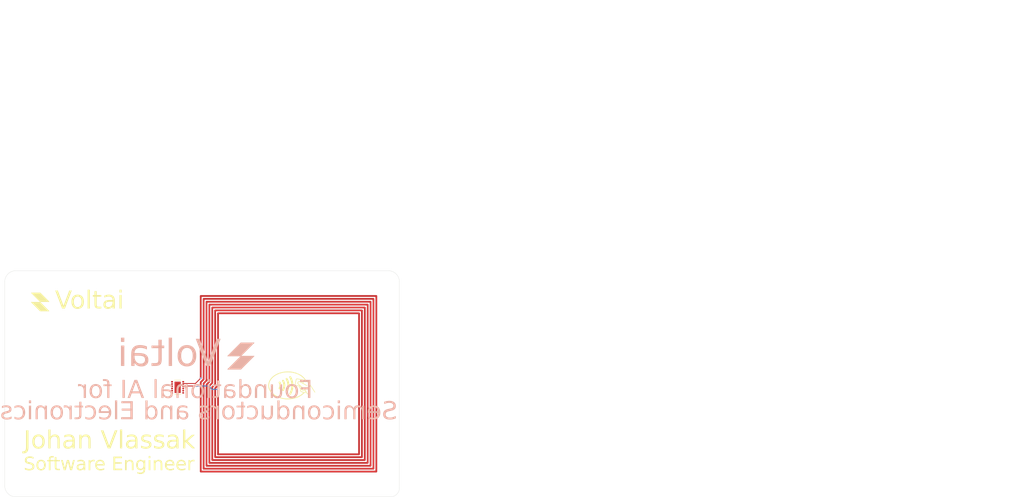
<source format=kicad_pcb>
(kicad_pcb (version 20241229) (generator "pcbnew") (generator_version "9.0")
  (title_block (title "Voltai PCB Business Card") (date "2025-05-25") (rev "v0.0") (company "Voltai"))
  (layers (0 "F.Cu" signal) (2 "B.Cu" signal) (13 "F.Paste" user) (15 "B.Paste" user) (5 "F.SilkS" user "F.Silkscreen") (7 "B.SilkS" user "B.Silkscreen") (1 "F.Mask" user) (3 "B.Mask" user) (25 "Edge.Cuts" user))
  (net 0 "")
  (net 4 "Net-(U1-VSS)")
  (net 11 "Net-(U1-V_EH)")
  (net 12 "Net-(U1-AC0)")
  (net 13 "Net-(U1-AC1)")
  (footprint "voltai_card:voltai-rf-ant" (layer "F.Cu") (at 130.5 86 -90)
    (property "Reference" "AE1" (hide yes))
    (property "Value" "Antenna_Loop" (hide yes))
    (pad "1" thru_hole circle (at 18.732664 39.8 270) (size 0.4 0.4) (drill 0.2) (layers "*.Cu" "*.Mask") (net 13 "Net-(U1-AC1)"))
    (pad "1" smd custom (at 18.732664 39.8 270) (size 0.4 0.4) (layers "F.Cu") (net 13 "Net-(U1-AC1)") (options (clearance outline) (anchor circle)) (primitives (gr_line (start 0 0) (end -18.532664 0) (width 0.4)) (gr_line (start -18.532664 0) (end -18.532664 -39.6) (width 0.4)) (gr_line (start -18.532664 -39.6) (end 21.067336 -39.6) (width 0.4)) (gr_line (start 21.067336 -39.6) (end 21.067336 0) (width 0.4)) (gr_line (start 21.067336 0) (end 0.919239 0) (width 0.4)) (gr_line (start 0.919239 0) (end 0.269239 -0.65) (width 0.4)) (gr_line (start 0.269239 -0.65) (end -17.882664 -0.65) (width 0.4)) (gr_line (start -17.882664 -0.65) (end -17.882664 -38.95) (width 0.4)) (gr_line (start -17.882664 -38.95) (end 20.417336 -38.95) (width 0.4)) (gr_line (start 20.417336 -38.95) (end 20.417336 -0.65) (width 0.4)) (gr_line (start 20.417336 -0.65) (end 1.188478 -0.65) (width 0.4)) (gr_line (start 1.188478 -0.65) (end 0.538478 -1.3) (width 0.4)) (gr_line (start 0.538478 -1.3) (end -17.232664 -1.3) (width 0.4)) (gr_line (start -17.232664 -1.3) (end -17.232664 -38.3) (width 0.4)) (gr_line (start -17.232664 -38.3) (end 19.767336 -38.3) (width 0.4)) (gr_line (start 19.767336 -38.3) (end 19.767336 -1.3) (width 0.4)) (gr_line (start 19.767336 -1.3) (end 1.457716 -1.3) (width 0.4)) (gr_line (start 1.457716 -1.3) (end 0.807716 -1.95) (width 0.4)) (gr_line (start 0.807716 -1.95) (end -16.582664 -1.95) (width 0.4)) (gr_line (start -16.582664 -1.95) (end -16.582664 -37.65) (width 0.4)) (gr_line (start -16.582664 -37.65) (end 19.117336 -37.65) (width 0.4)) (gr_line (start 19.117336 -37.65) (end 19.117336 -1.95) (width 0.4)) (gr_line (start 19.117336 -1.95) (end 1.726955 -1.95) (width 0.4)) (gr_line (start 1.726955 -1.95) (end 1.076955 -2.6) (width 0.4)) (gr_line (start 1.076955 -2.6) (end -15.932664 -2.6) (width 0.4)) (gr_line (start -15.932664 -2.6) (end -15.932664 -37) (width 0.4)) (gr_line (start -15.932664 -37) (end 18.467336 -37) (width 0.4)) (gr_line (start 18.467336 -37) (end 18.467336 -2.6) (width 0.4)) (gr_line (start 18.467336 -2.6) (end 1.996194 -2.6) (width 0.4)) (gr_line (start 1.996194 -2.6) (end 1.346194 -3.25) (width 0.4)) (gr_line (start 1.346194 -3.25) (end -15.282664 -3.25) (width 0.4)) (gr_line (start -15.282664 -3.25) (end -15.282664 -36.35) (width 0.4)) (gr_line (start -15.282664 -36.35) (end 17.817336 -36.35) (width 0.4)) (gr_line (start 17.817336 -36.35) (end 17.817336 -3.25) (width 0.4)) (gr_line (start 17.817336 -3.25) (end 2.265433 -3.25) (width 0.4)) (gr_line (start 2.265433 -3.25) (end 1.615433 -3.9) (width 0.4)) (gr_line (start 1.615433 -3.9) (end -14.632664 -3.9) (width 0.4)) (gr_line (start -14.632664 -3.9) (end -14.632664 -35.7) (width 0.4)) (gr_line (start -14.632664 -35.7) (end 17.167336 -35.7) (width 0.4)) (gr_line (start 17.167336 -35.7) (end 17.167336 -3.9) (width 0.4))))
    (pad "2" thru_hole circle (at 21.267336 35.9 270) (size 0.4 0.4) (drill 0.2) (layers "*.Cu" "*.Mask") (net 12 "Net-(U1-AC0)"))
    (pad "2" smd custom (at 21.267336 35.9 270) (size 0.4 0.4) (layers "F.Cu") (net 12 "Net-(U1-AC0)") (options (clearance outline) (anchor circle)) (primitives (gr_line (start 0 0) (end 14.632664 0) (width 0.4))))
  )
  (footprint "ST25DV64KC_JF6D3:PSON50P300X300X60-13N" (layer "F.Cu") (at 85.4875 106.8 180)
    (property "Reference" "U1")
    (property "Value" "ST25DV64KC-JF6D3")
    (fp_line (start 0.7 1.6) (end -0.7 1.6) (stroke (width 0.127)) (layer "F.SilkS"))
    (fp_line (start -0.75 -1.6) (end 0.65 -1.6) (stroke (width 0.127)) (layer "F.SilkS"))
    (fp_circle (center -2 -1.3) (end -1.9 -1.3) (stroke (width 0.2)) (fill no) (layer "F.SilkS"))
    (pad "1" smd roundrect (at -1.26 -1.25 180) (size 0.42 0.35) (layers "F.Cu" "F.Mask" "F.Paste"))
    (pad "2" smd roundrect (at -1.26 -0.75 180) (size 0.42 0.35) (layers "F.Cu" "F.Mask" "F.Paste"))
    (pad "3" smd roundrect (at -1.26 -0.25 180) (size 0.42 0.35) (layers "F.Cu" "F.Mask" "F.Paste") (net 11 "Net-(U1-V_EH)"))
    (pad "4" smd roundrect (at -1.26 0.25 180) (size 0.42 0.35) (layers "F.Cu" "F.Mask" "F.Paste") (net 12 "Net-(U1-AC0)"))
    (pad "5" smd roundrect (at -1.26 0.75 180) (size 0.42 0.35) (layers "F.Cu" "F.Mask" "F.Paste") (net 13 "Net-(U1-AC1)"))
    (pad "6" smd roundrect (at -1.26 1.25 180) (size 0.42 0.35) (layers "F.Cu" "F.Mask" "F.Paste") (net 4 "Net-(U1-VSS)"))
    (pad "7" smd roundrect (at 1.26 1.25 180) (size 0.42 0.35) (layers "F.Cu" "F.Mask" "F.Paste"))
    (pad "8" smd roundrect (at 1.26 0.75 180) (size 0.42 0.35) (layers "F.Cu" "F.Mask" "F.Paste"))
    (pad "9" smd roundrect (at 1.26 0.25 180) (size 0.42 0.35) (layers "F.Cu" "F.Mask" "F.Paste"))
    (pad "10" smd roundrect (at 1.26 -0.25 180) (size 0.42 0.35) (layers "F.Cu" "F.Mask" "F.Paste"))
    (pad "11" smd roundrect (at 1.26 -0.75 180) (size 0.42 0.35) (layers "F.Cu" "F.Mask" "F.Paste"))
    (pad "12" smd roundrect (at 1.26 -1.25 180) (size 0.42 0.35) (layers "F.Cu" "F.Mask" "F.Paste"))
    (pad "13" smd rect (at 0 0 180) (size 1.4 2.55) (layers "F.Cu" "F.Mask"))
  )
  (footprint "" (layer "F.Cu") (at 89.8 106.5)
    (property "Reference" "" (at 0.3 -0.7 0) (layer "F.SilkS") (effects (font (size 1.27 1.27))))
    (property "Value" "")
    (pad "2" thru_hole circle (at 0 0 270) (size 0.4 0.4) (drill 0.2) (layers "*.Cu" "*.Mask") (net 12 "Net-(U1-AC0)"))
  )
  (gr_poly (pts (xy 110.760634 103.237126) (xy 111.160718 103.277347) (xy 111.555266 103.343813) (xy 111.941601 103.43652) (xy 112.317045 103.555463) (xy 112.678922 103.70064) (xy 113.024554 103.872046) (xy 113.351264 104.069677) (xy 113.431793 104.124356) (xy 113.506509 104.177512) (xy 113.577026 104.230445) (xy 113.644959 104.284457) (xy 113.711923 104.340852) (xy 113.779533 104.400931) (xy 113.849404 104.465996) (xy 113.923151 104.537349) (xy 113.970245 104.584684) (xy 114.015689 104.632171) (xy 114.059605 104.679984) (xy 114.102121 104.728296) (xy 114.143359 104.777279) (xy 114.183445 104.827105) (xy 114.222505 104.877949) (xy 114.260662 104.929982) (xy 114.298042 104.983378) (xy 114.33477 105.038309) (xy 114.370971 105.094949) (xy 114.406769 105.153469) (xy 114.44229 105.214044) (xy 114.477658 105.276845) (xy 114.512998 105.342046) (xy 114.548435 105.40982) (xy 114.549164 105.411121) (xy 114.550053 105.41244) (xy 114.551099 105.413775) (xy 114.552296 105.415122) (xy 114.553638 105.416479) (xy 114.555121 105.417844) (xy 114.558488 105.420585) (xy 114.562354 105.423327) (xy 114.566679 105.426049) (xy 114.571419 105.428731) (xy 114.576535 105.431351) (xy 114.581983 105.433891) (xy 114.587723 105.436331) (xy 114.593712 105.438649) (xy 114.59991 105.440825) (xy 114.606274 105.442841) (xy 114.612763 105.444674) (xy 114.619336 105.446306) (xy 114.62595 105.447716) (xy 114.648844 105.453186) (xy 114.672563 105.460191) (xy 114.697004 105.468669) (xy 114.722063 105.47856) (xy 114.747636 105.489804) (xy 114.773621 105.502339) (xy 114.799914 105.516106) (xy 114.826411 105.531044) (xy 114.85301 105.547092) (xy 114.879605 105.564189) (xy 114.906095 105.582276) (xy 114.932375 105.601292) (xy 114.958342 105.621175) (xy 114.983894 105.641866) (xy 115.008925 105.663303) (xy 115.033333 105.685427) (xy 115.051827 105.703012) (xy 115.069976 105.721059) (xy 115.087981 105.739828) (xy 115.106044 105.759578) (xy 115.124363 105.780569) (xy 115.143141 105.803062) (xy 115.162577 105.827316) (xy 115.182872 105.853591) (xy 115.204227 105.882147) (xy 115.226842 105.913244) (xy 115.250919 105.947142) (xy 115.276657 105.984101) (xy 115.333919 106.06824) (xy 115.400236 106.16774) (xy 116.008941 107.102761) (xy 116.513001 107.885981) (xy 116.514762 107.889267) (xy 116.516174 107.892655) (xy 116.517249 107.896132) (xy 116.517996 107.899685) (xy 116.518425 107.903299) (xy 116.518548 107.906961) (xy 116.518374 107.910659) (xy 116.517913 107.914377) (xy 116.517176 107.918103) (xy 116.516173 107.921823) (xy 116.514914 107.925523) (xy 116.51341 107.92919) (xy 116.51167 107.932811) (xy 116.509706 107.936371) (xy 116.507526 107.939857) (xy 116.505142 107.943256) (xy 116.502564 107.946555) (xy 116.499802 107.949738) (xy 116.496865 107.952794) (xy 116.493766 107.955708) (xy 116.490513 107.958467) (xy 116.487117 107.961057) (xy 116.483588 107.963465) (xy 116.479937 107.965676) (xy 116.476173 107.967679) (xy 116.472307 107.969458) (xy 116.46835 107.971001) (xy 116.464311 107.972294) (xy 116.460201 107.973323) (xy 116.456029 107.974075) (xy 116.451807 107.974536) (xy 116.447545 107.974693) (xy 116.444506 107.974629) (xy 116.44152 107.974432) (xy 116.438583 107.974098) (xy 116.435685 107.97362) (xy 116.432822 107.972991) (xy 116.429987 107.972206) (xy 116.427172 107.971259) (xy 116.424371 107.970144) (xy 116.421578 107.968855) (xy 116.418786 107.967386) (xy 116.415988 107.965731) (xy 116.413178 107.963883) (xy 116.410349 107.961838) (xy 116.407494 107.959588) (xy 116.404607 107.957129) (xy 116.401682 107.954453) (xy 116.398711 107.951555) (xy 116.395688 107.948429) (xy 116.392606 107.94507) (xy 116.389459 107.94147) (xy 116.382943 107.933526) (xy 116.376086 107.924551) (xy 116.368835 107.914495) (xy 116.361138 107.903312) (xy 116.352941 107.890952) (xy 116.344192 107.877369) (xy 116.174521 107.612958) (xy 115.852405 107.113419) (xy 115.35728 106.352295) (xy 115.192501 106.107757) (xy 115.067569 105.933689) (xy 115.01645 105.868344) (xy 114.970978 105.814931) (xy 114.929715 105.771556) (xy 114.891223 105.736323) (xy 114.854063 105.707338) (xy 114.816797 105.682705) (xy 114.736194 105.638918) (xy 114.613893 105.577768) (xy 114.25388 105.577768) (xy 114.045614 105.57836) (xy 113.981308 105.579766) (xy 113.937793 105.582505) (xy 113.922483 105.584512) (xy 113.91075 105.58702) (xy 113.902056 105.590082) (xy 113.89586 105.593755) (xy 113.891622 105.598094) (xy 113.888801 105.603155) (xy 113.885255 105.615664) (xy 113.856551 105.743751) (xy 113.846998 105.789133) (xy 113.840361 105.823877) (xy 113.83643 105.849335) (xy 113.834992 105.86686) (xy 113.835141 105.87307) (xy 113.835835 105.877804) (xy 113.837045 105.881231) (xy 113.838747 105.88352) (xy 113.850266 105.890772) (xy 113.878419 105.907299) (xy 113.977196 105.963941) (xy 114.120221 106.044968) (xy 114.292638 106.141902) (xy 114.734471 106.389088) (xy 114.70691 106.446793) (xy 114.701041 106.458422) (xy 114.695162 106.469253) (xy 114.689424 106.479055) (xy 114.683979 106.487596) (xy 114.681413 106.49132) (xy 114.678978 106.494642) (xy 114.676691 106.497533) (xy 114.674572 106.499963) (xy 114.67264 106.501904) (xy 114.670914 106.503326) (xy 114.669412 106.5042) (xy 114.668751 106.504423) (xy 114.668153 106.504498) (xy 114.649299 106.49516) (xy 114.59952 106.468392) (xy 114.420752 106.370032) (xy 114.158978 106.224355) (xy 113.84133 106.0463) (xy 113.519913 105.867398) (xy 113.247912 105.718371) (xy 113.054072 105.614883) (xy 112.995445 105.585112) (xy 112.967137 105.5726) (xy 112.954993 105.569801) (xy 112.942494 105.568002) (xy 112.929688 105.567167) (xy 112.916625 105.567262) (xy 112.903351 105.568253) (xy 112.889917 105.570104) (xy 112.876371 105.57278) (xy 112.862761 105.576247) (xy 112.849136 105.580469) (xy 112.835544 105.585413) (xy 112.822035 105.591042) (xy 112.808656 105.597323) (xy 112.782483 105.611698) (xy 112.757416 105.62826) (xy 112.733843 105.646729) (xy 112.712152 105.666827) (xy 112.702134 105.6774) (xy 112.692733 105.688275) (xy 112.683996 105.699418) (xy 112.675972 105.710794) (xy 112.668711 105.722368) (xy 112.66226 105.734105) (xy 112.656668 105.745971) (xy 112.651984 105.75793) (xy 112.648257 105.769948) (xy 112.645534 105.78199) (xy 112.643865 105.79402) (xy 112.643298 105.806005) (xy 112.64343 105.817868) (xy 112.643916 105.829319) (xy 112.644884 105.840488) (xy 112.646467 105.851501) (xy 112.648794 105.862488) (xy 112.651995 105.873577) (xy 112.656203 105.884896) (xy 112.661546 105.896573) (xy 112.668156 105.908738) (xy 112.676163 105.921518) (xy 112.685698 105.935042) (xy 112.696892 105.949437) (xy 112.709874 105.964834) (xy 112.724776 105.981359) (xy 112.741729 105.999141) (xy 112.760862 106.018309) (xy 112.782306 106.038991) (xy 112.806192 106.061315) (xy 112.832651 106.08541) (xy 112.861813 106.111404) (xy 112.928767 106.169603) (xy 113.008101 106.236938) (xy 113.100859 106.314437) (xy 113.208085 106.403127) (xy 113.470121 106.618186) (xy 113.799114 106.889918) (xy 114.046636 107.098993) (xy 114.139012 107.179327) (xy 114.210022 107.243148) (xy 114.259331 107.290175) (xy 114.286608 107.320124) (xy 114.301312 107.340236) (xy 114.316024 107.361479) (xy 114.330734 107.383832) (xy 114.34543 107.407274) (xy 114.360101 107.431787) (xy 114.374736 107.45735) (xy 114.389322 107.483941) (xy 114.403849 107.511543) (xy 114.43268 107.569692) (xy 114.461137 107.631637) (xy 114.48913 107.697215) (xy 114.516568 107.766265) (xy 114.541581 107.826885) (xy 114.56855 107.884124) (xy 114.597553 107.938053) (xy 114.628668 107.988742) (xy 114.661973 108.036262) (xy 114.697546 108.080683) (xy 114.735466 108.122076) (xy 114.775811 108.160512) (xy 114.818659 108.196062) (xy 114.864089 108.228795) (xy 114.912177 108.258783) (xy 114.963004 108.286097) (xy 115.016646 108.310806) (xy 115.073183 108.332982) (xy 115.132692 108.352695) (xy 115.195251 108.370017) (xy 115.308078 108.398439) (xy 115.298604 108.45959) (xy 115.296594 108.472018) (xy 115.294473 108.483921) (xy 115.292291 108.495017) (xy 115.290099 108.505022) (xy 115.287947 108.513655) (xy 115.285887 108.520633) (xy 115.284906 108.523413) (xy 115.283967 108.525672) (xy 115.283076 108.527377) (xy 115.282239 108.528491) (xy 115.280255 108.529769) (xy 115.277086 108.530544) (xy 115.267418 108.530661) (xy 115.253684 108.528987) (xy 115.236336 108.525665) (xy 115.215824 108.52084) (xy 115.192598 108.514654) (xy 115.167109 108.507252) (xy 115.139806 108.498778) (xy 115.081564 108.479187) (xy 115.021475 108.457033) (xy 114.991864 108.445354) (xy 114.963143 108.433466) (xy 114.935761 108.421512) (xy 114.910169 108.409636) (xy 114.872467 108.390717) (xy 114.836169 108.370717) (xy 114.801185 108.349547) (xy 114.767427 108.327115) (xy 114.734804 108.303331) (xy 114.703227 108.278103) (xy 114.672606 108.251342) (xy 114.642852 108.222955) (xy 114.613875 108.192852) (xy 114.585585 108.160943) (xy 114.557894 108.127136) (xy 114.530711 108.091341) (xy 114.503947 108.053467) (xy 114.477512 108.013423) (xy 114.451317 107.971118) (xy 114.425272 107.926461) (xy 114.424188 107.926476) (xy 114.421321 107.927146) (xy 114.410617 107.930323) (xy 114.393918 107.935742) (xy 114.371981 107.943148) (xy 114.345563 107.952291) (xy 114.31542 107.962917) (xy 114.282309 107.974775) (xy 114.246989 107.987612) (xy 114.189443 108.008898) (xy 114.165259 108.018288) (xy 114.143515 108.027257) (xy 114.123743 108.036115) (xy 114.105479 108.045172) (xy 114.088257 108.054739) (xy 114.071612 108.065126) (xy 114.055078 108.076644) (xy 114.038189 108.089602) (xy 114.02048 108.104311) (xy 114.001486 108.121082) (xy 113.98074 108.140225) (xy 113.957778 108.16205) (xy 113.903341 108.214987) (xy 113.7695 108.339354) (xy 113.628715 108.457909) (xy 113.481128 108.570592) (xy 113.326879 108.677344) (xy 113.16611 108.778105) (xy 112.998963 108.872818) (xy 112.825577 108.961421) (xy 112.646096 109.043856) (xy 112.46066 109.120064) (xy 112.26941 109.189985) (xy 112.072488 109.25356) (xy 111.870035 109.31073) (xy 111.662192 109.361436) (xy 111.4491 109.405617) (xy 111.230902 109.443215) (xy 111.007738 109.474171) (xy 110.909884 109.483712) (xy 110.772839 109.491558) (xy 110.609491 109.497547) (xy 110.43273 109.501516) (xy 110.255444 109.503306) (xy 110.090522 109.502754) (xy 109.950852 109.499699) (xy 109.849325 109.49398) (xy 109.61469 109.469145) (xy 109.383862 109.436081) (xy 109.157194 109.394935) (xy 108.935042 109.345854) (xy 108.71776 109.288987) (xy 108.505702 109.22448) (xy 108.299223 109.152482) (xy 108.098678 109.07314) (xy 107.904421 108.986602) (xy 107.716806 108.893014) (xy 107.536188 108.792526) (xy 107.362921 108.685284) (xy 107.197361 108.571436) (xy 107.039861 108.45113) (xy 106.890777 108.324514) (xy 106.750461 108.191734) (xy 106.674848 108.113956) (xy 106.603014 108.035285) (xy 106.534921 107.955655) (xy 106.470534 107.875) (xy 106.409816 107.793256) (xy 106.352729 107.710356) (xy 106.299239 107.626234) (xy 106.249308 107.540826) (xy 106.202899 107.454065) (xy 106.159976 107.365886) (xy 106.120502 107.276224) (xy 106.084441 107.185012) (xy 106.051756 107.092186) (xy 106.022411 106.997679) (xy 105.996368 106.901426) (xy 105.973592 106.803361) (xy 105.964509 106.756535) (xy 105.956638 106.706473) (xy 105.94998 106.653632) (xy 105.944538 106.598472) (xy 105.940312 106.541449) (xy 105.937303 106.483022) (xy 105.934943 106.363788) (xy 105.935027 106.359805) (xy 106.121408 106.359805) (xy 106.122564 106.474398) (xy 106.128151 106.583763) (xy 106.132615 106.635154) (xy 106.138198 106.683641) (xy 106.144904 106.728691) (xy 106.152737 106.769771) (xy 106.172676 106.855127) (xy 106.195367 106.939079) (xy 106.220839 107.021679) (xy 106.249119 107.102977) (xy 106.280236 107.183023) (xy 106.314216 107.261868) (xy 106.351088 107.339563) (xy 106.39088 107.416157) (xy 106.433618 107.491702) (xy 106.479332 107.566247) (xy 106.528048 107.639844) (xy 106.579795 107.712543) (xy 106.634599 107.784394) (xy 106.69249 107.855447) (xy 106.753495 107.925754) (xy 106.817641 107.995364) (xy 106.956058 108.133097) (xy 107.103082 108.263945) (xy 107.258479 108.387806) (xy 107.422013 108.504578) (xy 107.59345 108.614159) (xy 107.772555 108.716447) (xy 107.959093 108.811338) (xy 108.152831 108.898732) (xy 108.353532 108.978526) (xy 108.560963 109.050617) (xy 108.774889 109.114905) (xy 108.995076 109.171285) (xy 109.221287 109.219657) (xy 109.45329 109.259917) (xy 109.690849 109.291965) (xy 109.93373 109.315697) (xy 110.024713 109.319312) (xy 110.156786 109.32007) (xy 110.316292 109.318346) (xy 110.489574 109.314512) (xy 110.822847 109.30201) (xy 110.955525 109.294089) (xy 111.047357 109.285552) (xy 111.24889 109.256329) (xy 111.440542 109.223271) (xy 111.623978 109.185933) (xy 111.800864 109.143872) (xy 111.972865 109.096644) (xy 112.141646 109.043803) (xy 112.308872 108.984907) (xy 112.47621 108.91951) (xy 112.564054 108.882374) (xy 112.651133 108.843375) (xy 112.737288 108.80261) (xy 112.822361 108.760175) (xy 112.906193 108.716165) (xy 112.988624 108.670676) (xy 113.069496 108.623805) (xy 113.148649 108.575647) (xy 113.225926 108.526298) (xy 113.301166 108.475853) (xy 113.37421 108.42441) (xy 113.444901 108.372063) (xy 113.513078 108.318909) (xy 113.578583 108.265043) (xy 113.641257 108.210562) (xy 113.700941 108.155561) (xy 113.823242 108.039289) (xy 113.514906 107.892011) (xy 113.40482 107.838602) (xy 113.359073 107.815628) (xy 113.318926 107.79466) (xy 113.283932 107.775338) (xy 113.253642 107.757299) (xy 113.22761 107.740184) (xy 113.205386 107.723632) (xy 113.186523 107.707282) (xy 113.170573 107.690773) (xy 113.157089 107.673744) (xy 113.145621 107.655834) (xy 113.135724 107.636683) (xy 113.126947 107.615929) (xy 113.118845 107.593213) (xy 113.110968 107.568173) (xy 113.106627 107.551471) (xy 113.103615 107.534643) (xy 113.101928 107.517705) (xy 113.101779 107.51076) (xy 113.249022 107.51076) (xy 113.249532 107.525214) (xy 113.250251 107.532349) (xy 113.25128 107.539404) (xy 113.252622 107.546365) (xy 113.254277 107.553221) (xy 113.256246 107.559956) (xy 113.25853 107.566559) (xy 113.26113 107.573014) (xy 113.264048 107.57931) (xy 113.267285 107.585432) (xy 113.270841 107.591367) (xy 113.274718 107.597102) (xy 113.278917 107.602623) (xy 113.292565 107.614444) (xy 113.317008 107.630699) (xy 113.350747 107.650673) (xy 113.392282 107.673651) (xy 113.492749 107.725768) (xy 113.606417 107.781337) (xy 113.721296 107.834645) (xy 113.825396 107.87998) (xy 113.869656 107.897872) (xy 113.906726 107.911628) (xy 113.935105 107.920535) (xy 113.953295 107.923878) (xy 113.959716 107.923732) (xy 113.967603 107.92299) (xy 113.976848 107.921683) (xy 113.987342 107.919841) (xy 114.011643 107.914673) (xy 114.039637 107.907729) (xy 114.070458 107.899251) (xy 114.103237 107.889481) (xy 114.137106 107.878661) (xy 114.171197 107.867034) (xy 114.235173 107.84382) (xy 114.288976 107.823432) (xy 114.310296 107.814979) (xy 114.326953 107.80805) (xy 114.33824 107.802918) (xy 114.34165 107.80111) (xy 114.343452 107.799854) (xy 114.343871 107.79922) (xy 114.344161 107.798291) (xy 114.344325 107.797074) (xy 114.344365 107.795578) (xy 114.344082 107.791781) (xy 114.34333 107.786962) (xy 114.34213 107.781184) (xy 114.340499 107.774511) (xy 114.338457 107.767004) (xy 114.336023 107.758729) (xy 114.333215 107.749746) (xy 114.330053 107.74012) (xy 114.326555 107.729914) (xy 114.322741 107.719191) (xy 114.318629 107.708013) (xy 114.314237 107.696445) (xy 114.309586 107.684548) (xy 114.304694 107.672386) (xy 114.287065 107.62854) (xy 114.279472 107.61105) (xy 114.275813 107.603346) (xy 114.272181 107.596311) (xy 114.26853 107.589926) (xy 114.26481 107.584172) (xy 114.260974 107.579029) (xy 114.256975 107.574478) (xy 114.252763 107.570501) (xy 114.248291 107.567079) (xy 114.243512 107.564191) (xy 114.238377 107.56182) (xy 114.232838 107.559946) (xy 114.226847 107.55855) (xy 114.220357 107.557613) (xy 114.213319 107.557115) (xy 114.205686 107.557038) (xy 114.197409 107.557363) (xy 114.188441 107.558071) (xy 114.178734 107.559142) (xy 114.156909 107.562299) (xy 114.131552 107.56668) (xy 114.068706 107.578507) (xy 114.031072 107.585044) (xy 113.995176 107.589742) (xy 113.960736 107.592521) (xy 113.92747 107.593297) (xy 113.895098 107.591989) (xy 113.863337 107.588514) (xy 113.831907 107.582792) (xy 113.800527 107.574739) (xy 113.768914 107.564274) (xy 113.736787 107.551315) (xy 113.703866 107.535779) (xy 113.669869 107.517585) (xy 113.634514 107.496651) (xy 113.59752 107.472895) (xy 113.558606 107.446235) (xy 113.51749 107.416588) (xy 113.494537 107.399929) (xy 113.471937 107.384411) (xy 113.450286 107.370367) (xy 113.430179 107.358129) (xy 113.412211 107.348031) (xy 113.404216 107.343888) (xy 113.396979 107.340405) (xy 113.390575 107.337624) (xy 113.385078 107.335586) (xy 113.380562 107.334332) (xy 113.377103 107.333905) (xy 113.375516 107.333973) (xy 113.373828 107.334174) (xy 113.372044 107.334504) (xy 113.370167 107.334962) (xy 113.366155 107.336244) (xy 113.361828 107.337996) (xy 113.357225 107.340192) (xy 113.35238 107.342807) (xy 113.34733 107.345816) (xy 113.342113 107.349193) (xy 113.336765 107.352913) (xy 113.331322 107.356951) (xy 113.325821 107.361282) (xy 113.320299 107.36588) (xy 113.314792 107.370721) (xy 113.309336 107.375778) (xy 113.303969 107.381027) (xy 113.298727 107.386443) (xy 113.293461 107.392355) (xy 113.288484 107.398456) (xy 113.283796 107.404732) (xy 113.2794 107.411169) (xy 113.275296 107.417755) (xy 113.271485 107.424476) (xy 113.264747 107.438268) (xy 113.259195 107.452438) (xy 113.254837 107.46688) (xy 113.251683 107.481485) (xy 113.249742 107.496148) (xy 113.249022 107.51076) (xy 113.101779 107.51076) (xy 113.101561 107.50067) (xy 113.102512 107.483555) (xy 113.104776 107.466374) (xy 113.10835 107.449142) (xy 113.113229 107.431876) (xy 113.11941 107.414589) (xy 113.12689 107.397297) (xy 113.135664 107.380015) (xy 113.145729 107.362758) (xy 113.15708 107.345542) (xy 113.169715 107.328381) (xy 113.183629 107.311291) (xy 113.198818 107.294287) (xy 113.264275 107.222801) (xy 113.121304 107.114281) (xy 113.082501 107.08415) (xy 113.065588 107.070558) (xy 113.050208 107.057814) (xy 113.036266 107.045816) (xy 113.023668 107.034465) (xy 113.012319 107.023659) (xy 113.002124 107.013297) (xy 112.99299 107.003278) (xy 112.98482 106.993501) (xy 112.977521 106.983865) (xy 112.970997 106.97427) (xy 112.965155 106.964615) (xy 112.9599 106.954797) (xy 112.955137 106.944718) (xy 112.950771 106.934275) (xy 112.944714 106.916911) (xy 112.939781 106.899407) (xy 112.935966 106.881801) (xy 112.933262 106.864135) (xy 112.931664 106.846448) (xy 112.931165 106.828782) (xy 112.931364 106.822857) (xy 113.065454 106.822857) (xy 113.066488 106.833167) (xy 113.068851 106.843646) (xy 113.072578 106.85436) (xy 113.077702 106.865372) (xy 113.084257 106.876748) (xy 113.092276 106.888551) (xy 113.101793 106.900847) (xy 113.112841 106.913701) (xy 113.125454 106.927176) (xy 113.139666 106.941339) (xy 113.155511 106.956252) (xy 113.173021 106.971982) (xy 113.19223 106.988592) (xy 113.213173 107.006147) (xy 113.260391 107.044352) (xy 113.314945 107.087114) (xy 113.377103 107.13495) (xy 113.519958 107.243419) (xy 113.580111 107.28773) (xy 113.633856 107.325898) (xy 113.682025 107.358278) (xy 113.725449 107.385224) (xy 113.764959 107.40709) (xy 113.801388 107.424232) (xy 113.835565 107.437003) (xy 113.868323 107.445758) (xy 113.900493 107.450853) (xy 113.932907 107.45264) (xy 113.966395 107.451475) (xy 114.00179 107.447713) (xy 114.039923 107.441707) (xy 114.081625 107.433813) (xy 114.109579 107.427851) (xy 114.121135 107.425168) (xy 114.131175 107.422617) (xy 114.139771 107.420145) (xy 114.146997 107.417705) (xy 114.152926 107.415244) (xy 114.157632 107.412712) (xy 114.159549 107.411404) (xy 114.161187 107.410059) (xy 114.162556 107.408672) (xy 114.163664 107.407235) (xy 114.164522 107.405742) (xy 114.165137 107.404188) (xy 114.16552 107.402566) (xy 114.16568 107.400869) (xy 114.165624 107.399092) (xy 114.165364 107.397227) (xy 114.164263 107.393212) (xy 114.162451 107.388772) (xy 114.160001 107.383859) (xy 114.148311 107.37125) (xy 114.120826 107.345926) (xy 114.027149 107.26433) (xy 113.745728 107.027722) (xy 113.454617 106.789176) (xy 113.348829 106.705158) (xy 113.292698 106.663834) (xy 113.282319 106.658172) (xy 113.272167 106.653462) (xy 113.26717 106.651464) (xy 113.262224 106.649705) (xy 113.257326 106.648185) (xy 113.252474 106.646905) (xy 113.247666 106.645864) (xy 113.2429 106.645063) (xy 113.238174 106.644503) (xy 113.233487 106.644183) (xy 113.228835 106.644104) (xy 113.224217 106.644267) (xy 113.219632 106.644671) (xy 113.215075 106.645317) (xy 113.210547 106.646205) (xy 113.206044 106.647336) (xy 113.201565 106.64871) (xy 113.197108 106.650326) (xy 113.19267 106.652187) (xy 113.18825 106.654291) (xy 113.183845 106.656639) (xy 113.179454 106.659232) (xy 113.175074 106.662069) (xy 113.170703 106.665152) (xy 113.161981 106.672053) (xy 113.153272 106.679939) (xy 113.144559 106.688811) (xy 113.120875 106.714847) (xy 113.110456 106.727019) (xy 113.101032 106.738715) (xy 113.092636 106.749997) (xy 113.0853 106.760932) (xy 113.07906 106.771584) (xy 113.073947 106.782017) (xy 113.069997 106.792296) (xy 113.067242 106.802486) (xy 113.065717 106.812651) (xy 113.065454 106.822857) (xy 112.931364 106.822857) (xy 112.931758 106.811176) (xy 112.933437 106.793672) (xy 112.936197 106.776308) (xy 112.94003 106.759126) (xy 112.94493 106.742167) (xy 112.950892 106.72547) (xy 112.957908 106.709075) (xy 112.965973 106.693024) (xy 112.975079 106.677356) (xy 112.985222 106.662112) (xy 113.028285 106.600962) (xy 112.576978 106.521725) (xy 112.396837 106.489306) (xy 112.239789 106.460036) (xy 112.122791 106.437064) (xy 112.062797 106.42354) (xy 112.05642 106.421515) (xy 112.050052 106.419164) (xy 112.043702 106.416496) (xy 112.03738 106.413524) (xy 112.024854 106.406708) (xy 112.012547 106.398805) (xy 112.000534 106.389902) (xy 111.988886 106.380089) (xy 111.977677 106.369453) (xy 111.966981 106.358083) (xy 111.95687 106.346066) (xy 111.947417 106.333493) (xy 111.938696 106.320449) (xy 111.93078 106.307025) (xy 111.923743 106.293308) (xy 111.917656 106.279387) (xy 111.912594 106.26535) (xy 111.90863 106.251285) (xy 111.90946 106.231992) (xy 111.913111 106.205636) (xy 112.051602 106.205636) (xy 112.051742 106.210223) (xy 112.052151 106.214917) (xy 112.052817 106.219684) (xy 112.053729 106.22449) (xy 112.054872 106.229301) (xy 112.056235 106.234084) (xy 112.057805 106.238803) (xy 112.059569 106.243425) (xy 112.061515 106.247915) (xy 112.06363 106.252241) (xy 112.065901 106.256367) (xy 112.068317 106.26026) (xy 112.070863 106.263885) (xy 112.073528 106.267209) (xy 112.076299 106.270197) (xy 112.079163 106.272816) (xy 112.08417 106.275613) (xy 112.093537 106.279125) (xy 112.107026 106.283302) (xy 112.124394 106.28809) (xy 112.169804 106.299295) (xy 112.227841 106.312327) (xy 112.296576 106.326771) (xy 112.374082 106.342215) (xy 112.458432 106.358245) (xy 112.547697 106.374446) (xy 112.820855 106.423458) (xy 112.964983 106.448085) (xy 113.00153 106.453222) (xy 113.021262 106.454625) (xy 113.026431 106.454172) (xy 113.029327 106.453081) (xy 113.030592 106.45145) (xy 113.030871 106.449377) (xy 113.030613 106.448763) (xy 113.029848 106.447736) (xy 113.026847 106.444489) (xy 113.021969 106.439722) (xy 113.015314 106.433524) (xy 112.997079 106.41719) (xy 112.97295 106.396194) (xy 112.943734 106.37124) (xy 112.910238 106.343037) (xy 112.873271 106.31229) (xy 112.833639 106.279706) (xy 112.785841 106.239926) (xy 112.742746 106.203056) (xy 112.704129 106.168774) (xy 112.669768 106.136761) (xy 112.639439 106.106696) (xy 112.612919 106.078259) (xy 112.589984 106.051128) (xy 112.570412 106.024984) (xy 112.553978 105.999506) (xy 112.540461 105.974374) (xy 112.529635 105.949267) (xy 112.521279 105.923865) (xy 112.515168 105.897847) (xy 112.51108 105.870893) (xy 112.508791 105.842683) (xy 112.508077 105.812895) (xy 112.509138 105.787443) (xy 112.512286 105.762168) (xy 112.517468 105.737145) (xy 112.52463 105.712449) (xy 112.53372 105.688158) (xy 112.544685 105.664346) (xy 112.557471 105.641089) (xy 112.572027 105.618463) (xy 112.588298 105.596543) (xy 112.606232 105.575406) (xy 112.625776 105.555126) (xy 112.646877 105.535781) (xy 112.669482 105.517444) (xy 112.693537 105.500193) (xy 112.718991 105.484102) (xy 112.745789 105.469247) (xy 112.760003 105.462457) (xy 112.7754 105.456305) (xy 112.791815 105.450803) (xy 112.809079 105.445966) (xy 112.827024 105.441805) (xy 112.845483 105.438332) (xy 112.864287 105.435561) (xy 112.88327 105.433504) (xy 112.902262 105.432174) (xy 112.921097 105.431583) (xy 112.939606 105.431744) (xy 112.957622 105.43267) (xy 112.974977 105.434373) (xy 112.991503 105.436865) (xy 113.007032 105.44016) (xy 113.021397 105.44427) (xy 113.033203 105.44877) (xy 113.049152 105.455759) (xy 113.092936 105.476918) (xy 113.151657 105.50716) (xy 113.224226 105.545901) (xy 113.309553 105.592554) (xy 113.406547 105.646535) (xy 113.514119 105.707258) (xy 113.631178 105.774138) (xy 113.699219 105.813757) (xy 113.755202 105.546762) (xy 113.774182 105.453502) (xy 113.787863 105.37736) (xy 113.792726 105.345178) (xy 113.796276 105.31664) (xy 113.798516 105.291534) (xy 113.79945 105.269647) (xy 113.799082 105.250768) (xy 113.797416 105.234684) (xy 113.794456 105.221185) (xy 113.790205 105.210057) (xy 113.784667 105.20109) (xy 113.777846 105.19407) (xy 113.769746 105.188786) (xy 113.76037 105.185027) (xy 113.740821 105.180752) (xy 113.696353 105.172148) (xy 113.544082 105.144008) (xy 113.066183 105.058419) (xy 112.679107 104.991886) (xy 112.551119 104.972245) (xy 112.458446 104.96088) (xy 112.423388 104.958112) (xy 112.394801 104.957186) (xy 112.371899 104.958026) (xy 112.353896 104.960557) (xy 112.340005 104.964703) (xy 112.329442 104.970388) (xy 112.321419 104.977536) (xy 112.315152 104.986072) (xy 112.299129 105.043916) (xy 112.267069 105.180747) (xy 112.177241 105.587457) (xy 112.090481 105.998365) (xy 112.062256 106.140445) (xy 112.051602 106.205636) (xy 111.913111 106.205636) (xy 111.915109 106.191214) (xy 111.938505 106.056718) (xy 112.01715 105.656575) (xy 112.106776 105.235116) (xy 112.143898 105.073974) (xy 112.169595 104.976599) (xy 112.171901 104.970099) (xy 112.174609 104.963529) (xy 112.177701 104.956905) (xy 112.18116 104.950241) (xy 112.189112 104.93686) (xy 112.198327 104.92351) (xy 112.208667 104.910316) (xy 112.219995 104.897404) (xy 112.232173 104.884898) (xy 112.245065 104.872924) (xy 112.258531 104.861605) (xy 112.272435 104.851067) (xy 112.28664 104.841435) (xy 112.301007 104.832834) (xy 112.315399 104.825389) (xy 112.32968 104.819224) (xy 112.336735 104.81666) (xy 112.34371 104.814464) (xy 112.350589 104.81265) (xy 112.357353 104.811235) (xy 112.385493 104.81144) (xy 112.439356 104.816791) (xy 112.609491 104.840343) (xy 113.09611 104.920724) (xy 113.581115 105.010956) (xy 113.749232 105.046822) (xy 113.801782 105.060177) (xy 113.828409 105.069617) (xy 113.838048 105.075459) (xy 113.847264 105.081521) (xy 113.856059 105.087805) (xy 113.864434 105.094316) (xy 113.87239 105.101056) (xy 113.879929 105.108028) (xy 113.887051 105.115235) (xy 113.893758 105.122679) (xy 113.900051 105.130365) (xy 113.905932 105.138295) (xy 113.911401 105.146472) (xy 113.916461 105.154898) (xy 113.921111 105.163578) (xy 113.925354 105.172513) (xy 113.929191 105.181708) (xy 113.932623 105.191164) (xy 113.935651 105.200886) (xy 113.938277 105.210875) (xy 113.940501 105.221135) (xy 113.942326 105.231669) (xy 113.943752 105.24248) (xy 113.94478 105.253571) (xy 113.945412 105.264945) (xy 113.94565 105.276605) (xy 113.945494 105.288554) (xy 113.944945 105.300795) (xy 113.944005 105.31333) (xy 113.942676 105.326164) (xy 113.940958 105.339298) (xy 113.938852 105.352737) (xy 113.936361 105.366482) (xy 113.933485 105.380537) (xy 113.919704 105.44341) (xy 113.992912 105.44341) (xy 114.010531 105.443176) (xy 114.03245 105.442508) (xy 114.085714 105.440072) (xy 114.145761 105.436506) (xy 114.205646 105.432213) (xy 114.345174 105.421017) (xy 114.276271 105.292687) (xy 114.235374 105.220149) (xy 114.190602 105.147635) (xy 114.142075 105.075269) (xy 114.089914 105.003178) (xy 114.034241 104.931485) (xy 113.975176 104.860315) (xy 113.912842 104.789794) (xy 113.847358 104.720047) (xy 113.778847 104.651198) (xy 113.707428 104.583372) (xy 113.633224 104.516694) (xy 113.556355 104.451289) (xy 113.476943 104.387282) (xy 113.395109 104.324798) (xy 113.310973 104.263961) (xy 113.224657 104.204897) (xy 113.132239 104.147098) (xy 113.021774 104.083888) (xy 112.898309 104.017772) (xy 112.76689 103.951252) (xy 112.632565 103.886832) (xy 112.50038 103.827013) (xy 112.375381 103.774301) (xy 112.262614 103.731197) (xy 112.109683 103.679606) (xy 111.95012 103.631598) (xy 111.785127 103.587446) (xy 111.615905 103.547422) (xy 111.443656 103.511799) (xy 111.269579 103.480849) (xy 111.094877 103.454844) (xy 110.92075 103.434057) (xy 110.807871 103.425333) (xy 110.666257 103.419173) (xy 110.505607 103.415557) (xy 110.335622 103.414463) (xy 110.165999 103.415873) (xy 110.00644 103.419765) (xy 109.866643 103.426121) (xy 109.756307 103.434918) (xy 109.537636 103.462082) (xy 109.324203 103.495746) (xy 109.11616 103.535869) (xy 108.913658 103.582412) (xy 108.716849 103.635333) (xy 108.525883 103.694593) (xy 108.340913 103.76015) (xy 108.162089 103.831966) (xy 107.962827 103.9222) (xy 107.772176 104.019271) (xy 107.590409 104.12289) (xy 107.417801 104.232768) (xy 107.254624 104.348615) (xy 107.101153 104.470144) (xy 106.957661 104.597066) (xy 106.824423 104.72909) (xy 106.701712 104.865929) (xy 106.589802 105.007293) (xy 106.488966 105.152894) (xy 106.399479 105.302443) (xy 106.321614 105.45565) (xy 106.255644 105.612227) (xy 106.201845 105.771885) (xy 106.160489 105.934335) (xy 106.151819 105.97905) (xy 106.144224 106.027249) (xy 106.137706 106.0784) (xy 106.132269 106.131971) (xy 106.124653 106.244243) (xy 106.121408 106.359805) (xy 105.935027 106.359805) (xy 105.937468 106.244433) (xy 105.940565 106.185854) (xy 105.944888 106.12862) (xy 105.950437 106.073187) (xy 105.957213 106.020014) (xy 105.965218 105.969558) (xy 105.974454 105.922278) (xy 106.0077 105.785784) (xy 106.048291 105.651537) (xy 106.096164 105.519623) (xy 106.151257 105.390131) (xy 106.213505 105.263148) (xy 106.282847 105.138759) (xy 106.359218 105.017052) (xy 106.442556 104.898115) (xy 106.532797 104.782034) (xy 106.62988 104.668897) (xy 106.733739 104.55879) (xy 106.844313 104.4518) (xy 106.961539 104.348015) (xy 107.085352 104.247522) (xy 107.215691 104.150407) (xy 107.352492 104.056758) (xy 107.681927 103.860609) (xy 108.029921 103.690739) (xy 108.393796 103.547143) (xy 108.770875 103.429818) (xy 109.158482 103.33876) (xy 109.553938 103.273966) (xy 109.954567 103.235432) (xy 110.357692 103.223153)) (fill yes) (layer "F.SilkS"))
  (gr_poly (pts (xy 52.475 87.595) (xy 54.475 87.595) (xy 56.475 89.595) (xy 54.475 89.595)) (stroke (width 0.1)) (fill yes) (layer "F.SilkS"))
  (gr_poly (pts (xy 109.261638 105.108551) (xy 109.272222 105.109094) (xy 109.282509 105.110021) (xy 109.292519 105.11135) (xy 109.30227 105.113098) (xy 109.31178 105.115283) (xy 109.321068 105.117924) (xy 109.330151 105.121037) (xy 109.339049 105.124642) (xy 109.347781 105.128754) (xy 109.356363 105.133394) (xy 109.364816 105.138577) (xy 109.373157 105.144323) (xy 109.381404 105.150648) (xy 109.389577 105.157572) (xy 109.397694 105.16511) (xy 109.405773 105.173282) (xy 109.413832 105.182105) (xy 109.42189 105.191598) (xy 109.429966 105.201777) (xy 109.438078 105.21266) (xy 109.446245 105.224266) (xy 109.462814 105.249717) (xy 109.479823 105.278271) (xy 109.497418 105.310072) (xy 109.515748 105.345261) (xy 109.534959 105.383981) (xy 109.564206 105.445832) (xy 109.591253 105.506836) (xy 109.616144 105.567176) (xy 109.638918 105.627036) (xy 109.659618 105.686597) (xy 109.678286 105.746044) (xy 109.694963 105.80556) (xy 109.709691 105.865326) (xy 109.722511 105.925526) (xy 109.733465 105.986343) (xy 109.742594 106.04796) (xy 109.749942 106.11056) (xy 109.755548 106.174326) (xy 109.759454 106.23944) (xy 109.761703 106.306086) (xy 109.762336 106.374447) (xy 109.761446 106.444321) (xy 109.75905 106.511716) (xy 109.755078 106.576935) (xy 109.749457 106.640284) (xy 109.742115 106.702069) (xy 109.73298 106.762595) (xy 109.721981 106.822167) (xy 109.709044 106.881091) (xy 109.6941 106.939671) (xy 109.677075 106.998214) (xy 109.657897 107.057024) (xy 109.636496 107.116407) (xy 109.612798 107.176668) (xy 109.586732 107.238112) (xy 109.558226 107.301046) (xy 109.527208 107.365773) (xy 109.509198 107.4017) (xy 109.492212 107.434332) (xy 109.476104 107.463824) (xy 109.460728 107.490335) (xy 109.445938 107.514019) (xy 109.431586 107.535034) (xy 109.417527 107.553535) (xy 109.403615 107.56968) (xy 109.389703 107.583624) (xy 109.375644 107.595525) (xy 109.361292 107.605538) (xy 109.346502 107.61382) (xy 109.331126 107.620528) (xy 109.315018 107.625818) (xy 109.298033 107.629846) (xy 109.280022 107.632768) (xy 109.274168 107.633143) (xy 109.267945 107.6333) (xy 109.261408 107.633245) (xy 109.254615 107.632983) (xy 109.24762 107.63252) (xy 109.240478 107.631859) (xy 109.233246 107.631007) (xy 109.225978 107.629968) (xy 109.21873 107.628748) (xy 109.211558 107.627351) (xy 109.204517 107.625782) (xy 109.197663 107.624047) (xy 109.191052 107.62215) (xy 109.184737 107.620097) (xy 109.178777 107.617892) (xy 109.173225 107.615541) (xy 109.161383 107.609758) (xy 109.149789 107.603103) (xy 109.138487 107.595637) (xy 109.127523 107.587415) (xy 109.116943 107.578498) (xy 109.106792 107.568942) (xy 109.097115 107.558806) (xy 109.087958 107.548147) (xy 109.079367 107.537024) (xy 109.071386 107.525495) (xy 109.064061 107.513617) (xy 109.057437 107.50145) (xy 109.05156 107.48905) (xy 109.046476 107.476476) (xy 109.042229 107.463786) (xy 109.038866 107.451039) (xy 109.0374 107.443202) (xy 109.03691 107.439191) (xy 109.03659 107.435095) (xy 109.036445 107.430894) (xy 109.036483 107.426569) (xy 109.036709 107.422103) (xy 109.03713 107.417476) (xy 109.038579 107.407666) (xy 109.040879 107.39699) (xy 109.044081 107.3853) (xy 109.048232 107.372447) (xy 109.053383 107.358282) (xy 109.059582 107.342656) (xy 109.066878 107.32542) (xy 109.075322 107.306426) (xy 109.084961 107.285523) (xy 109.095846 107.262565) (xy 109.121548 107.209882) (xy 109.170631 107.10419) (xy 109.213237 106.998959) (xy 109.249368 106.894144) (xy 109.279027 106.789702) (xy 109.302216 106.685587) (xy 109.318938 106.581756) (xy 109.329195 106.478165) (xy 109.332991 106.374769) (xy 109.330327 106.271525) (xy 109.321205 106.168388) (xy 109.30563 106.065314) (xy 109.283602 105.962259) (xy 109.255125 105.859179) (xy 109.220201 105.75603) (xy 109.178832 105.652766) (xy 109.131022 105.549346) (xy 109.109944 105.506179) (xy 109.091592 105.467202) (xy 109.075944 105.432059) (xy 109.062982 105.400399) (xy 109.052683 105.371868) (xy 109.045029 105.346112) (xy 109.04 105.322779) (xy 109.038463 105.31191) (xy 109.037574 105.301514) (xy 109.037331 105.291548) (xy 109.037732 105.281966) (xy 109.038774 105.272724) (xy 109.040454 105.26378) (xy 109.04277 105.255087) (xy 109.045719 105.246603) (xy 109.049299 105.238283) (xy 109.053508 105.230082) (xy 109.063799 105.213865) (xy 109.076574 105.197596) (xy 109.091811 105.180924) (xy 109.10949 105.163495) (xy 109.118542 105.15507) (xy 109.127041 105.147526) (xy 109.135097 105.140818) (xy 109.142824 105.134898) (xy 109.150335 105.12972) (xy 109.15774 105.125238) (xy 109.161439 105.123242) (xy 109.165153 105.121403) (xy 109.168898 105.119715) (xy 109.172686 105.118171) (xy 109.176533 105.116766) (xy 109.180451 105.115493) (xy 109.184456 105.114348) (xy 109.188561 105.113324) (xy 109.197127 105.111617) (xy 109.206263 105.110325) (xy 109.216079 105.109401) (xy 109.226689 105.108799) (xy 109.238205 105.108472) (xy 109.250739 105.108374)) (fill yes) (layer "F.SilkS"))
  (gr_poly (pts (xy 110.07759 104.688439) (xy 110.088797 104.689184) (xy 110.099933 104.690441) (xy 110.110965 104.692214) (xy 110.121862 104.694505) (xy 110.13259 104.697317) (xy 110.143117 104.700653) (xy 110.153411 104.704514) (xy 110.16344 104.708905) (xy 110.173172 104.713828) (xy 110.182574 104.719284) (xy 110.191613 104.725278) (xy 110.200258 104.731811) (xy 110.208476 104.738887) (xy 110.221034 104.752834) (xy 110.236188 104.773841) (xy 110.253588 104.801173) (xy 110.272883 104.834098) (xy 110.293722 104.871883) (xy 110.315755 104.913795) (xy 110.361998 105.007066) (xy 110.408806 105.108049) (xy 110.453374 105.210878) (xy 110.492895 105.309691) (xy 110.509886 105.355759) (xy 110.524564 105.398623) (xy 110.565624 105.53488) (xy 110.600314 105.67223) (xy 110.628643 105.810497) (xy 110.650619 105.949502) (xy 110.666252 106.089066) (xy 110.675551 106.229014) (xy 110.678523 106.369165) (xy 110.675179 106.509343) (xy 110.665527 106.64937) (xy 110.649575 106.789067) (xy 110.627332 106.928257) (xy 110.598808 107.066762) (xy 110.564011 107.204404) (xy 110.522951 107.341006) (xy 110.475635 107.476388) (xy 110.422072 107.610374) (xy 110.393366 107.675759) (xy 110.365617 107.735388) (xy 110.338693 107.789398) (xy 110.312462 107.837925) (xy 110.28679 107.881109) (xy 110.261547 107.919085) (xy 110.236599 107.951993) (xy 110.211814 107.979968) (xy 110.187058 108.00315) (xy 110.162201 108.021675) (xy 110.149693 108.029234) (xy 110.137109 108.03568) (xy 110.124434 108.041031) (xy 110.11165 108.045304) (xy 110.098742 108.048516) (xy 110.085691 108.050684) (xy 110.072483 108.051825) (xy 110.059101 108.051957) (xy 110.031745 108.049261) (xy 110.003493 108.042734) (xy 109.993889 108.039627) (xy 109.984466 108.035973) (xy 109.975238 108.031797) (xy 109.966218 108.027121) (xy 109.95742 108.021971) (xy 109.94886 108.01637) (xy 109.94055 108.010341) (xy 109.932505 108.003909) (xy 109.924739 107.997097) (xy 109.917266 107.989929) (xy 109.910099 107.982429) (xy 109.903254 107.974621) (xy 109.896743 107.966528) (xy 109.890582 107.958174) (xy 109.884783 107.949584) (xy 109.879362 107.94078) (xy 109.874332 107.931788) (xy 109.869706 107.922629) (xy 109.8655 107.91333) (xy 109.861728 107.903912) (xy 109.858402 107.8944) (xy 109.855538 107.884819) (xy 109.853149 107.875191) (xy 109.851249 107.86554) (xy 109.849853 107.855891) (xy 109.848974 107.846266) (xy 109.848627 107.836691) (xy 109.848825 107.827188) (xy 109.849583 107.817782) (xy 109.850914 107.808496) (xy 109.852833 107.799354) (xy 109.855354 107.79038) (xy 109.857131 107.785071) (xy 109.85984 107.777944) (xy 109.867829 107.758715) (xy 109.878866 107.733652) (xy 109.892496 107.703714) (xy 109.908267 107.669861) (xy 109.925723 107.633049) (xy 109.963874 107.554391) (xy 110.003861 107.469246) (xy 110.040808 107.383413) (xy 110.074705 107.296952) (xy 110.10554 107.209922) (xy 110.133302 107.122382) (xy 110.157979 107.034392) (xy 110.179559 106.946011) (xy 110.198033 106.857298) (xy 110.213388 106.768312) (xy 110.225612 106.679113) (xy 110.234695 106.58976) (xy 110.240626 106.500313) (xy 110.243392 106.41083) (xy 110.242982 106.321372) (xy 110.239386 106.231996) (xy 110.232592 106.142763) (xy 110.217025 106.002409) (xy 110.207819 105.936373) (xy 110.197521 105.872592) (xy 110.186023 105.810689) (xy 110.173214 105.750285) (xy 110.158987 105.691001) (xy 110.143234 105.632459) (xy 110.125846 105.57428) (xy 110.106714 105.516086) (xy 110.08573 105.457498) (xy 110.062786 105.398138) (xy 110.037772 105.337628) (xy 110.010581 105.275588) (xy 109.949232 105.145408) (xy 109.91016 105.06374) (xy 109.894425 105.029138) (xy 109.881151 104.998171) (xy 109.870285 104.970448) (xy 109.861771 104.945581) (xy 109.855556 104.923179) (xy 109.851585 104.902852) (xy 109.849805 104.884211) (xy 109.850161 104.866865) (xy 109.852598 104.850425) (xy 109.857063 104.834502) (xy 109.8635 104.818704) (xy 109.871857 104.802643) (xy 109.882079 104.785928) (xy 109.894111 104.76817) (xy 109.90053 104.75968) (xy 109.907491 104.751652) (xy 109.914964 104.744088) (xy 109.922915 104.736991) (xy 109.931311 104.730365) (xy 109.940122 104.724211) (xy 109.949314 104.718532) (xy 109.958854 104.713331) (xy 109.968712 104.708612) (xy 109.978854 104.704375) (xy 109.989247 104.700624) (xy 109.999861 104.697363) (xy 110.010662 104.694592) (xy 110.021617 104.692316) (xy 110.032696 104.690536) (xy 110.043865 104.689256) (xy 110.055092 104.688478) (xy 110.066344 104.688205)) (fill yes) (layer "F.SilkS"))
  (gr_poly (pts (xy 108.5 105.5) (xy 108.508451 105.500792) (xy 108.516786 105.502003) (xy 108.525017 105.50364) (xy 108.533153 105.505711) (xy 108.541205 105.508221) (xy 108.549183 105.511177) (xy 108.557097 105.514587) (xy 108.564958 105.518456) (xy 108.572776 105.522791) (xy 108.580561 105.527599) (xy 108.588323 105.532886) (xy 108.596072 105.538659) (xy 108.60382 105.544925) (xy 108.611575 105.551691) (xy 108.619349 105.558962) (xy 108.627151 105.566746) (xy 108.642882 105.583877) (xy 108.65885 105.603139) (xy 108.675138 105.624583) (xy 108.691826 105.648262) (xy 108.708998 105.67423) (xy 108.756082 105.75428) (xy 108.796888 105.837186) (xy 108.831417 105.922535) (xy 108.859667 106.009912) (xy 108.88164 106.098904) (xy 108.897334 106.189097) (xy 108.906751 106.280078) (xy 108.90989 106.371432) (xy 108.906751 106.462745) (xy 108.897334 106.553604) (xy 108.88164 106.643596) (xy 108.859667 106.732305) (xy 108.831417 106.819319) (xy 108.796888 106.904224) (xy 108.756082 106.986605) (xy 108.708998 107.066049) (xy 108.691114 107.09224) (xy 108.672995 107.116225) (xy 108.663848 107.127389) (xy 108.654645 107.138) (xy 108.645386 107.148057) (xy 108.636072 107.15756) (xy 108.626704 107.166507) (xy 108.617283 107.174899) (xy 108.607809 107.182734) (xy 108.598282 107.190012) (xy 108.588705 107.196733) (xy 108.579078 107.202895) (xy 108.569401 107.208499) (xy 108.559675 107.213542) (xy 108.549901 107.218026) (xy 108.54008 107.221949) (xy 108.530213 107.225311) (xy 108.5203 107.22811) (xy 108.510342 107.230347) (xy 108.500341 107.23202) (xy 108.490296 107.23313) (xy 108.480209 107.233675) (xy 108.47008 107.233655) (xy 108.45991 107.233068) (xy 108.4497 107.231916) (xy 108.439451 107.230196) (xy 108.429164 107.227909) (xy 108.418839 107.225053) (xy 108.408477 107.221628) (xy 108.398078 107.217634) (xy 108.393296 107.215556) (xy 108.388481 107.213206) (xy 108.378792 107.207732) (xy 108.36908 107.201294) (xy 108.359415 107.193975) (xy 108.349866 107.185859) (xy 108.340502 107.177029) (xy 108.331394 107.167568) (xy 108.322609 107.15756) (xy 108.314218 107.147087) (xy 108.30629 107.136233) (xy 108.298895 107.125081) (xy 108.292101 107.113715) (xy 108.285979 107.102218) (xy 108.280597 107.090673) (xy 108.276025 107.079163) (xy 108.272332 107.067771) (xy 108.26919 107.055316) (xy 108.266892 107.043059) (xy 108.265478 107.030874) (xy 108.264985 107.018639) (xy 108.265095 107.012462) (xy 108.26545 107.006226) (xy 108.266054 106.999915) (xy 108.266912 106.993512) (xy 108.269409 106.980372) (xy 108.272978 106.96668) (xy 108.277658 106.952312) (xy 108.283485 106.937143) (xy 108.290498 106.921047) (xy 108.298736 106.903901) (xy 108.308234 106.885579) (xy 108.319033 106.865956) (xy 108.331168 106.844908) (xy 108.344679 106.822309) (xy 108.362214 106.79294) (xy 108.37805 106.765036) (xy 108.392267 106.738305) (xy 108.404941 106.712456) (xy 108.416153 106.687198) (xy 108.425979 106.662238) (xy 108.434498 106.637286) (xy 108.441788 106.61205) (xy 108.447927 106.586239) (xy 108.452995 106.559561) (xy 108.457067 106.531725) (xy 108.460225 106.50244) (xy 108.462544 106.471413) (xy 108.464104 106.438354) (xy 108.464982 106.402971) (xy 108.465258 106.364972) (xy 108.464982 106.326964) (xy 108.464104 106.291555) (xy 108.462544 106.258458) (xy 108.460225 106.227384) (xy 108.457067 106.198046) (xy 108.452995 106.170156) (xy 108.447927 106.143427) (xy 108.441788 106.117571) (xy 108.434498 106.092301) (xy 108.425979 106.067328) (xy 108.416153 106.042366) (xy 108.404941 106.017125) (xy 108.392267 105.99132) (xy 108.37805 105.964662) (xy 108.362214 105.936863) (xy 108.344679 105.907636) (xy 108.332171 105.886863) (xy 108.320025 105.865636) (xy 108.308526 105.844549) (xy 108.297955 105.8242) (xy 108.288595 105.805183) (xy 108.28073 105.788094) (xy 108.27464 105.773528) (xy 108.27061 105.762081) (xy 108.267973 105.752082) (xy 108.266025 105.741967) (xy 108.264752 105.731759) (xy 108.264135 105.721481) (xy 108.264158 105.711159) (xy 108.264805 105.700816) (xy 108.26606 105.690477) (xy 108.267905 105.680165) (xy 108.270324 105.669905) (xy 108.2733 105.659721) (xy 108.276817 105.649637) (xy 108.280859 105.639677) (xy 108.285409 105.629865) (xy 108.290449 105.620226) (xy 108.295965 105.610783) (xy 108.301938 105.601561) (xy 108.308354 105.592583) (xy 108.315194 105.583874) (xy 108.322442 105.575459) (xy 108.330083 105.56736) (xy 108.338099 105.559603) (xy 108.346473 105.552211) (xy 108.35519 105.545209) (xy 108.364233 105.53862) (xy 108.373584 105.532469) (xy 108.383229 105.52678) (xy 108.393149 105.521578) (xy 108.403328 105.516885) (xy 108.413751 105.512726) (xy 108.424399 105.509126) (xy 108.435258 105.506109) (xy 108.44631 105.503698) (xy 108.455665 105.50211) (xy 108.464844 105.500901) (xy 108.473857 105.500079) (xy 108.482714 105.499651) (xy 108.491425 105.499622)) (fill yes) (layer "F.SilkS"))
  (gr_poly (pts (xy 110.890174 104.267663) (xy 110.908071 104.269513) (xy 110.925638 104.272553) (xy 110.942705 104.276771) (xy 110.959103 104.282156) (xy 110.974664 104.288697) (xy 110.989217 104.296382) (xy 110.996064 104.300651) (xy 111.002595 104.305201) (xy 111.00879 104.310031) (xy 111.014628 104.31514) (xy 111.019401 104.320057) (xy 111.024955 104.326658) (xy 111.031223 104.334831) (xy 111.038138 104.344464) (xy 111.045634 104.355444) (xy 111.053643 104.36766) (xy 111.070934 104.395347) (xy 111.089476 104.426627) (xy 111.108736 104.460601) (xy 111.128177 104.496373) (xy 111.147264 104.533043) (xy 111.183669 104.606313) (xy 111.218592 104.680442) (xy 111.252026 104.755398) (xy 111.283965 104.831151) (xy 111.314399 104.907671) (xy 111.343322 104.984929) (xy 111.370726 105.062892) (xy 111.396603 105.141532) (xy 111.420946 105.220818) (xy 111.443748 105.30072) (xy 111.465 105.381207) (xy 111.484695 105.462249) (xy 111.502826 105.543816) (xy 111.519385 105.625878) (xy 111.534365 105.708404) (xy 111.547757 105.791364) (xy 111.561707 105.904895) (xy 111.572478 106.035414) (xy 111.579959 106.176893) (xy 111.584038 106.323308) (xy 111.584605 106.468633) (xy 111.581548 106.606842) (xy 111.574758 106.73191) (xy 111.564121 106.837811) (xy 111.538298 107.00935) (xy 111.506591 107.17675) (xy 111.468848 107.340476) (xy 111.424918 107.500992) (xy 111.374649 107.658764) (xy 111.317891 107.814254) (xy 111.254492 107.967927) (xy 111.184299 108.120248) (xy 111.141764 108.205316) (xy 111.121951 108.242951) (xy 111.103043 108.277404) (xy 111.084994 108.308738) (xy 111.067755 108.337017) (xy 111.051277 108.362303) (xy 111.035514 108.38466) (xy 111.020417 108.40415) (xy 111.005938 108.420837) (xy 110.99203 108.434783) (xy 110.978643 108.446053) (xy 110.965731 108.454708) (xy 110.953246 108.460812) (xy 110.941139 108.464428) (xy 110.929362 108.46562) (xy 110.927005 108.465659) (xy 110.924471 108.465775) (xy 110.918973 108.466212) (xy 110.913072 108.466891) (xy 110.906969 108.467773) (xy 110.900866 108.468816) (xy 110.894965 108.46998) (xy 110.889468 108.471225) (xy 110.884576 108.47251) (xy 110.88206 108.473076) (xy 110.879059 108.473482) (xy 110.875613 108.473732) (xy 110.871765 108.473829) (xy 110.867553 108.473773) (xy 110.863017 108.473569) (xy 110.8582 108.473219) (xy 110.85314 108.472725) (xy 110.847878 108.472089) (xy 110.842454 108.471315) (xy 110.83691 108.470405) (xy 110.831285 108.469361) (xy 110.825619 108.468185) (xy 110.819954 108.466881) (xy 110.814328 108.465451) (xy 110.808784 108.463897) (xy 110.802483 108.461865) (xy 110.796181 108.459492) (xy 110.789891 108.456789) (xy 110.78362 108.453767) (xy 110.777381 108.450439) (xy 110.771183 108.446816) (xy 110.758951 108.438732) (xy 110.747007 108.429608) (xy 110.735433 108.419538) (xy 110.72431 108.408615) (xy 110.713721 108.396933) (xy 110.703747 108.384584) (xy 110.694472 108.371663) (xy 110.685976 108.358262) (xy 110.678341 108.344476) (xy 110.671651 108.330396) (xy 110.665986 108.316117) (xy 110.663564 108.308932) (xy 110.661429 108.301733) (xy 110.659591 108.29453) (xy 110.658061 108.287335) (xy 110.656537 108.278121) (xy 110.655555 108.269095) (xy 110.655173 108.260082) (xy 110.655226 108.255525) (xy 110.65545 108.250906) (xy 110.655854 108.246202) (xy 110.656444 108.241392) (xy 110.657228 108.236453) (xy 110.658212 108.231364) (xy 110.660813 108.220648) (xy 110.664305 108.209067) (xy 110.668746 108.196447) (xy 110.674193 108.182612) (xy 110.680705 108.167386) (xy 110.68834 108.150595) (xy 110.697156 108.132062) (xy 110.707211 108.111614) (xy 110.718562 108.089073) (xy 110.731269 108.064266) (xy 110.783621 107.959785) (xy 110.832193 107.856129) (xy 110.877041 107.75307) (xy 110.918219 107.650383) (xy 110.955785 107.547843) (xy 110.989793 107.445224) (xy 111.020298 107.342299) (xy 111.047357 107.238842) (xy 111.071024 107.134629) (xy 111.091356 107.029433) (xy 111.108407 106.923029) (xy 111.122234 106.81519) (xy 111.132891 106.70569) (xy 111.140435 106.594305) (xy 111.14492 106.480807) (xy 111.146403 106.364972) (xy 111.145088 106.253278) (xy 111.141089 106.14438) (xy 111.134327 106.037948) (xy 111.124723 105.933649) (xy 111.112197 105.831152) (xy 111.09667 105.730124) (xy 111.078061 105.630235) (xy 111.056292 105.531151) (xy 111.031284 105.432542) (xy 111.002956 105.334076) (xy 110.971229 105.23542) (xy 110.936024 105.136244) (xy 110.897261 105.036214) (xy 110.85486 104.935) (xy 110.808743 104.832269) (xy 110.75883 104.72769) (xy 110.737142 104.68301) (xy 110.716937 104.640096) (xy 110.69865 104.599988) (xy 110.682715 104.563726) (xy 110.669565 104.532348) (xy 110.659635 104.506895) (xy 110.653359 104.488406) (xy 110.651727 104.482098) (xy 110.651171 104.477921) (xy 110.651745 104.466324) (xy 110.653423 104.454218) (xy 110.656138 104.44172) (xy 110.659824 104.42895) (xy 110.664413 104.416022) (xy 110.669838 104.403056) (xy 110.676033 104.390168) (xy 110.68293 104.377475) (xy 110.690464 104.365095) (xy 110.698566 104.353146) (xy 110.70717 104.341744) (xy 110.71621 104.331006) (xy 110.725618 104.321052) (xy 110.735328 104.311996) (xy 110.745273 104.303958) (xy 110.755385 104.297053) (xy 110.762474 104.292854) (xy 110.76984 104.288977) (xy 110.785317 104.282181) (xy 110.801648 104.276655) (xy 110.818662 104.272386) (xy 110.83619 104.269364) (xy 110.854065 104.267577) (xy 110.872116 104.267014)) (fill yes) (layer "F.SilkS"))
  (gr_poly (pts (xy 52.5 85.5) (xy 54.5 85.5) (xy 56.5 87.5) (xy 54.5 87.5)) (stroke (width 0.1)) (fill yes) (layer "F.SilkS"))
  (gr_poly (pts (xy 102.75 99.75) (xy 99.75 99.75) (xy 96.75 102.75) (xy 99.75 102.75)) (stroke (width 0.1)) (fill yes) (layer "B.SilkS"))
  (gr_poly (pts (xy 102.75 96.75) (xy 99.75 96.75) (xy 96.75 99.75) (xy 99.75 99.75)) (stroke (width 0.1)) (fill yes) (layer "B.SilkS"))
  (gr_line (start 135.5 83) (end 135.5 129.5) (stroke (width 0.05)) (layer "Edge.Cuts"))
  (gr_arc (start 135.5 129.5) (mid 134.914214 130.914214) (end 133.5 131.5) (stroke (width 0.05)) (layer "Edge.Cuts"))
  (gr_line (start 46.5 129) (end 46.5 83) (stroke (width 0.05)) (layer "Edge.Cuts"))
  (gr_arc (start 46.5 83) (mid 47.232233 81.232233) (end 49 80.5) (stroke (width 0.05)) (layer "Edge.Cuts"))
  (gr_arc (start 49 131.5) (mid 47.232233 130.767767) (end 46.5 129) (stroke (width 0.05)) (layer "Edge.Cuts"))
  (gr_line (start 49 80.5) (end 133 80.5) (stroke (width 0.05)) (layer "Edge.Cuts"))
  (gr_line (start 133.5 131.5) (end 49 131.5) (stroke (width 0.05)) (layer "Edge.Cuts"))
  (gr_arc (start 133 80.5) (mid 134.767767 81.232233) (end 135.5 83) (stroke (width 0.05)) (layer "Edge.Cuts"))
  (gr_text "Johan Vlassak\n" (at 50.75 121.25 0) (layer "F.SilkS") (effects (font (size 4 4) (thickness 0.1)) (justify left bottom)))
  (gr_text "Software Engineer" (at 50.75 126 0) (layer "F.SilkS") (effects (font (size 3 3) (thickness 0.1)) (justify left bottom)))
  (gr_text "Voltai" (at 57.84 89.72 0) (layer "F.SilkS") (effects (font (size 4 4) (thickness 0.1)) (justify left bottom)))
  (gr_text "Foundational AI for" (at 89.5 105.2 0) (layer "B.SilkS") (effects (font (size 4 4) (thickness 0.1)) (justify top mirror)))
  (gr_text "Semiconductors and Electronics" (at 90.25 110 0) (layer "B.SilkS") (effects (font (size 4 4) (thickness 0.1)) (justify top mirror)))
  (gr_text "Voltai" (at 95.25 103 -0) (layer "B.SilkS") (effects (font (size 6 6) (thickness 0.1)) (justify left bottom mirror)))
  (segment (start 87.033348 106.526) (end 87.059348 106.5) (width 0.2) (layer "F.Cu") (net 12))
  (segment (start 86.7715 106.526) (end 87.033348 106.526) (width 0.2) (layer "F.Cu") (net 12))
  (segment (start 87.059348 106.5) (end 89.8 106.5) (width 0.2) (layer "F.Cu") (net 12))
  (segment (start 86.7475 106.55) (end 86.7715 106.526) (width 0.2) (layer "F.Cu") (net 12))
  (segment (start 93.267336 107.267336) (end 94.6 107.267336) (width 0.2) (layer "B.Cu") (net 12))
  (segment (start 89.8 106.5) (end 92.5 106.5) (width 0.2) (layer "B.Cu") (net 12))
  (segment (start 92.5 106.5) (end 93.267336 107.267336) (width 0.2) (layer "B.Cu") (net 12))
  (segment (start 86.7475 105.95) (end 89.482664 105.95) (width 0.2) (layer "F.Cu") (net 13))
  (segment (start 89.482664 105.95) (end 90.7 104.732664) (width 0.2) (layer "F.Cu") (net 13))
)
</source>
